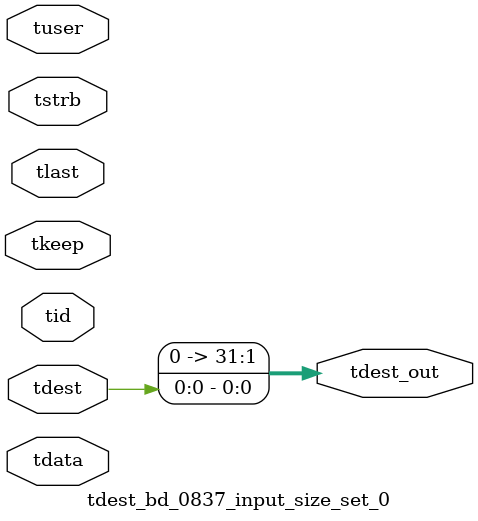
<source format=v>


`timescale 1ps/1ps

module tdest_bd_0837_input_size_set_0 #
(
parameter C_S_AXIS_TDATA_WIDTH = 32,
parameter C_S_AXIS_TUSER_WIDTH = 0,
parameter C_S_AXIS_TID_WIDTH   = 0,
parameter C_S_AXIS_TDEST_WIDTH = 0,
parameter C_M_AXIS_TDEST_WIDTH = 32
)
(
input  [(C_S_AXIS_TDATA_WIDTH == 0 ? 1 : C_S_AXIS_TDATA_WIDTH)-1:0     ] tdata,
input  [(C_S_AXIS_TUSER_WIDTH == 0 ? 1 : C_S_AXIS_TUSER_WIDTH)-1:0     ] tuser,
input  [(C_S_AXIS_TID_WIDTH   == 0 ? 1 : C_S_AXIS_TID_WIDTH)-1:0       ] tid,
input  [(C_S_AXIS_TDEST_WIDTH == 0 ? 1 : C_S_AXIS_TDEST_WIDTH)-1:0     ] tdest,
input  [(C_S_AXIS_TDATA_WIDTH/8)-1:0 ] tkeep,
input  [(C_S_AXIS_TDATA_WIDTH/8)-1:0 ] tstrb,
input                                                                    tlast,
output [C_M_AXIS_TDEST_WIDTH-1:0] tdest_out
);

assign tdest_out = {tdest[0:0]};

endmodule


</source>
